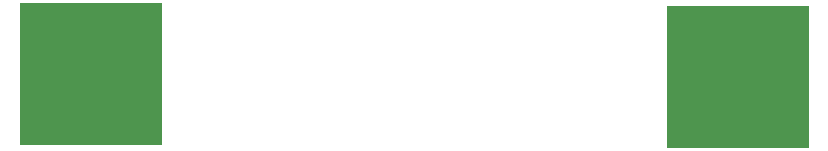
<source format=gbr>
G04 #@! TF.GenerationSoftware,KiCad,Pcbnew,5.99.0-unknown-a61ea1f~89~ubuntu20.04.1*
G04 #@! TF.CreationDate,2020-07-29T14:39:46+09:00*
G04 #@! TF.ProjectId,bGeigieRaku V2,62476569-6769-4655-9261-6b752056322e,rev?*
G04 #@! TF.SameCoordinates,Original*
G04 #@! TF.FileFunction,Paste,Bot*
G04 #@! TF.FilePolarity,Positive*
%FSLAX46Y46*%
G04 Gerber Fmt 4.6, Leading zero omitted, Abs format (unit mm)*
G04 Created by KiCad (PCBNEW 5.99.0-unknown-a61ea1f~89~ubuntu20.04.1) date 2020-07-29 14:39:46*
%MOMM*%
%LPD*%
G01*
G04 APERTURE LIST*
%ADD10R,12.000000X12.000000*%
G04 APERTURE END LIST*
D10*
X145114000Y-77662000D03*
X199914000Y-77872000D03*
M02*

</source>
